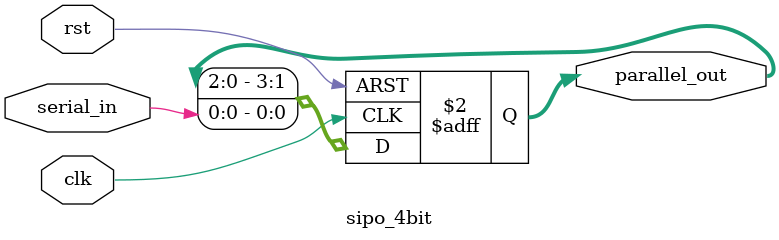
<source format=v>
module sipo_4bit(input clk, rst, serial_in, output reg [3:0] parallel_out);
  always@(posedge clk or posedge rst) begin
    if(rst)
      parallel_out <= 4'b0000;
    else
      parallel_out <= {parallel_out[2:0],serial_in};
  end
endmodule

</source>
